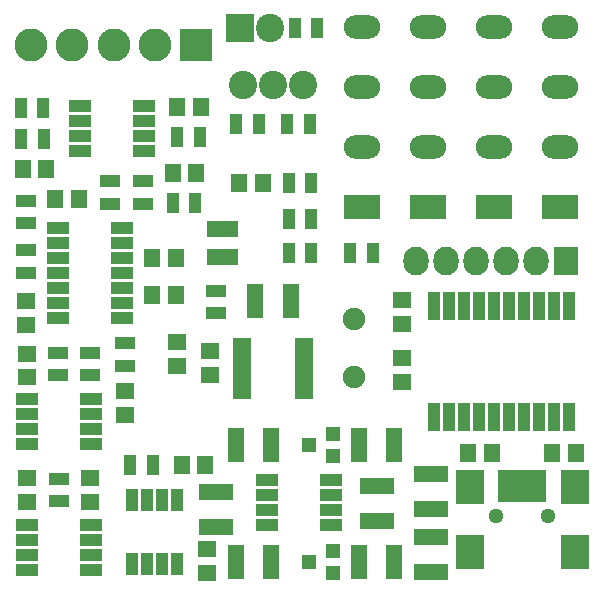
<source format=gts>
G04 #@! TF.FileFunction,Soldermask,Top*
%FSLAX46Y46*%
G04 Gerber Fmt 4.6, Leading zero omitted, Abs format (unit mm)*
G04 Created by KiCad (PCBNEW 4.0.5-e0-6337~49~ubuntu16.04.1) date Thu Jan 26 10:19:32 2017*
%MOMM*%
%LPD*%
G01*
G04 APERTURE LIST*
%ADD10C,0.100000*%
%ADD11R,1.400000X1.650000*%
%ADD12R,1.650000X1.400000*%
%ADD13R,1.700000X1.100000*%
%ADD14R,0.800000X1.400000*%
%ADD15R,1.900000X1.000000*%
%ADD16R,1.950000X1.000000*%
%ADD17R,1.100000X1.700000*%
%ADD18C,1.901140*%
%ADD19R,1.400000X2.900000*%
%ADD20R,2.900000X1.400000*%
%ADD21R,1.200100X1.200100*%
%ADD22R,2.400000X2.400000*%
%ADD23C,2.400000*%
%ADD24R,0.900380X2.701240*%
%ADD25R,2.398980X2.899360*%
%ADD26C,1.299160*%
%ADD27R,2.127200X2.432000*%
%ADD28O,2.127200X2.432000*%
%ADD29R,1.000000X2.350000*%
%ADD30R,1.000000X1.950000*%
%ADD31R,1.600000X0.800000*%
%ADD32C,2.800000*%
%ADD33R,2.800000X2.800000*%
%ADD34R,3.100000X2.000000*%
%ADD35O,3.100000X2.000000*%
G04 APERTURE END LIST*
D10*
D11*
X211734400Y-49149000D03*
X213734400Y-49149000D03*
X213487000Y-38785800D03*
X215487000Y-38785800D03*
X221116400Y-39624000D03*
X219116400Y-39624000D03*
D12*
X201168000Y-66643000D03*
X201168000Y-64643000D03*
D13*
X203809600Y-54000400D03*
X203809600Y-55900400D03*
D12*
X201168000Y-56102000D03*
X201168000Y-54102000D03*
D14*
X216703000Y-45904000D03*
X218003000Y-45904000D03*
X217353000Y-45904000D03*
X218653000Y-45904000D03*
X218003000Y-43504000D03*
X218653000Y-43504000D03*
X217353000Y-43504000D03*
X216703000Y-43504000D03*
D13*
X206527400Y-55900400D03*
X206527400Y-54000400D03*
D12*
X209423000Y-57277000D03*
X209423000Y-59277000D03*
D15*
X203769000Y-43434000D03*
X203769000Y-44704000D03*
X203769000Y-45974000D03*
X203769000Y-47244000D03*
X203769000Y-48514000D03*
X203769000Y-49784000D03*
X203769000Y-51054000D03*
X209169000Y-51054000D03*
X209169000Y-49784000D03*
X209169000Y-48514000D03*
X209169000Y-47244000D03*
X209169000Y-45974000D03*
X209169000Y-44704000D03*
X209169000Y-43434000D03*
D16*
X205656200Y-33154600D03*
X205656200Y-34424600D03*
X205656200Y-35694600D03*
X205656200Y-36964600D03*
X211056200Y-36964600D03*
X211056200Y-35694600D03*
X211056200Y-34424600D03*
X211056200Y-33154600D03*
D17*
X213517400Y-41325800D03*
X215417400Y-41325800D03*
D18*
X228854000Y-56034940D03*
X228854000Y-51153060D03*
D19*
X229259000Y-61849000D03*
X232259000Y-61849000D03*
X221845000Y-61849000D03*
X218845000Y-61849000D03*
D20*
X217170000Y-65810000D03*
X217170000Y-68810000D03*
X230759000Y-68302000D03*
X230759000Y-65302000D03*
D19*
X218845000Y-71755000D03*
X221845000Y-71755000D03*
X232259000Y-71755000D03*
X229259000Y-71755000D03*
D11*
X247634000Y-62484000D03*
X245634000Y-62484000D03*
X240522000Y-62484000D03*
X238522000Y-62484000D03*
D12*
X216408000Y-70628000D03*
X216408000Y-72628000D03*
D11*
X214265000Y-63500000D03*
X216265000Y-63500000D03*
D12*
X206527400Y-66649600D03*
X206527400Y-64649600D03*
D19*
X223496000Y-49657000D03*
X220496000Y-49657000D03*
D12*
X232918000Y-56499000D03*
X232918000Y-54499000D03*
X232918000Y-49546000D03*
X232918000Y-51546000D03*
X216662000Y-53864000D03*
X216662000Y-55864000D03*
X213868000Y-53102000D03*
X213868000Y-55102000D03*
X201041000Y-51657000D03*
X201041000Y-49657000D03*
D11*
X211734400Y-46024800D03*
X213734400Y-46024800D03*
X203530200Y-41021000D03*
X205530200Y-41021000D03*
X215874600Y-33172400D03*
X213874600Y-33172400D03*
X202787000Y-38481000D03*
X200787000Y-38481000D03*
D21*
X227060760Y-62799000D03*
X227060760Y-60899000D03*
X225061780Y-61849000D03*
X227060760Y-72705000D03*
X227060760Y-70805000D03*
X225061780Y-71755000D03*
D22*
X219202000Y-26543000D03*
D23*
X221742000Y-26543000D03*
X224536000Y-31369000D03*
X221996000Y-31369000D03*
X219456000Y-31369000D03*
D24*
X241477800Y-65257680D03*
X242277900Y-65257680D03*
X243078000Y-65257680D03*
X243878100Y-65257680D03*
X244678200Y-65257680D03*
D25*
X238627920Y-65356740D03*
X238627920Y-70855840D03*
X247528080Y-65356740D03*
X247528080Y-70855840D03*
D26*
X240878360Y-67856100D03*
X245277640Y-67856100D03*
D27*
X246761000Y-46228000D03*
D28*
X244221000Y-46228000D03*
X241681000Y-46228000D03*
X239141000Y-46228000D03*
X236601000Y-46228000D03*
X234061000Y-46228000D03*
D17*
X211810600Y-63500000D03*
X209910600Y-63500000D03*
D13*
X203835000Y-64693800D03*
X203835000Y-66593800D03*
D17*
X225232000Y-39624000D03*
X223332000Y-39624000D03*
D13*
X201041000Y-43048000D03*
X201041000Y-41148000D03*
X217170000Y-48770500D03*
X217170000Y-50670500D03*
X201041000Y-47239000D03*
X201041000Y-45339000D03*
X209423000Y-55113000D03*
X209423000Y-53213000D03*
D17*
X228539000Y-45593000D03*
X230439000Y-45593000D03*
X223332000Y-42672000D03*
X225232000Y-42672000D03*
X223332000Y-45593000D03*
X225232000Y-45593000D03*
X200639600Y-33324800D03*
X202539600Y-33324800D03*
X202560000Y-35941000D03*
X200660000Y-35941000D03*
D13*
X210947000Y-41402000D03*
X210947000Y-39502000D03*
X208153000Y-39497000D03*
X208153000Y-41397000D03*
D17*
X213893400Y-35712400D03*
X215793400Y-35712400D03*
X223840000Y-26543000D03*
X225740000Y-26543000D03*
X225105000Y-34671000D03*
X223205000Y-34671000D03*
X220787000Y-34671000D03*
X218887000Y-34671000D03*
D16*
X221455000Y-64770000D03*
X221455000Y-66040000D03*
X221455000Y-67310000D03*
X221455000Y-68580000D03*
X226855000Y-68580000D03*
X226855000Y-67310000D03*
X226855000Y-66040000D03*
X226855000Y-64770000D03*
D29*
X247015000Y-50037000D03*
X245745000Y-50037000D03*
X244475000Y-50037000D03*
X243205000Y-50037000D03*
X241935000Y-50037000D03*
X240665000Y-50037000D03*
X239395000Y-50037000D03*
X238125000Y-50037000D03*
X236855000Y-50037000D03*
X235585000Y-50037000D03*
X235585000Y-59437000D03*
X236855000Y-59437000D03*
X238125000Y-59437000D03*
X239395000Y-59437000D03*
X240665000Y-59437000D03*
X241935000Y-59437000D03*
X243205000Y-59437000D03*
X244475000Y-59437000D03*
X245745000Y-59437000D03*
X247015000Y-59437000D03*
D30*
X210058000Y-71915000D03*
X211328000Y-71915000D03*
X212598000Y-71915000D03*
X213868000Y-71915000D03*
X213868000Y-66515000D03*
X212598000Y-66515000D03*
X211328000Y-66515000D03*
X210058000Y-66515000D03*
D16*
X201142600Y-57912000D03*
X201142600Y-59182000D03*
X201142600Y-60452000D03*
X201142600Y-61722000D03*
X206542600Y-61722000D03*
X206542600Y-60452000D03*
X206542600Y-59182000D03*
X206542600Y-57912000D03*
X201135000Y-68580000D03*
X201135000Y-69850000D03*
X201135000Y-71120000D03*
X201135000Y-72390000D03*
X206535000Y-72390000D03*
X206535000Y-71120000D03*
X206535000Y-69850000D03*
X206535000Y-68580000D03*
D31*
X224596000Y-57594500D03*
X224596000Y-56959500D03*
X224596000Y-56324500D03*
X224596000Y-55689500D03*
X224596000Y-55054500D03*
X224596000Y-54419500D03*
X224596000Y-53784500D03*
X224596000Y-53149500D03*
X219396000Y-53149500D03*
X219396000Y-53784500D03*
X219396000Y-54419500D03*
X219396000Y-55054500D03*
X219396000Y-55689500D03*
X219396000Y-56324500D03*
X219396000Y-56959500D03*
X219396000Y-57594500D03*
D20*
X235331000Y-67286000D03*
X235331000Y-64286000D03*
X235331000Y-69620000D03*
X235331000Y-72620000D03*
D32*
X212000000Y-28000000D03*
D33*
X215500000Y-28000000D03*
D32*
X208500000Y-28000000D03*
X205000000Y-28000000D03*
X201500000Y-28000000D03*
D34*
X229489000Y-41656000D03*
D35*
X229489000Y-36576000D03*
X229489000Y-31496000D03*
X229489000Y-26416000D03*
D34*
X235077000Y-41656000D03*
D35*
X235077000Y-36576000D03*
X235077000Y-31496000D03*
X235077000Y-26416000D03*
D34*
X246253000Y-41656000D03*
D35*
X246253000Y-36576000D03*
X246253000Y-31496000D03*
X246253000Y-26416000D03*
D34*
X240690400Y-41656000D03*
D35*
X240690400Y-36576000D03*
X240690400Y-31496000D03*
X240690400Y-26416000D03*
M02*

</source>
